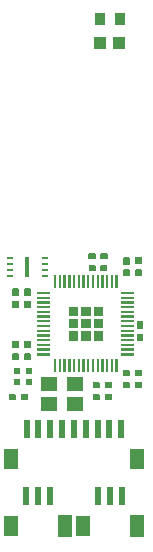
<source format=gtp>
G04 Layer: TopPasteMaskLayer*
G04 EasyEDA v6.5.34, 2023-09-17 23:42:40*
G04 4de15a2352ea40a9a8a41922b0a97411,5a6b42c53f6a479593ecc07194224c93,10*
G04 Gerber Generator version 0.2*
G04 Scale: 100 percent, Rotated: No, Reflected: No *
G04 Dimensions in millimeters *
G04 leading zeros omitted , absolute positions ,4 integer and 5 decimal *
%FSLAX45Y45*%
%MOMM*%

%AMMACRO1*21,1,$1,$2,0,0,$3*%
%ADD10R,1.2000X1.8000*%
%ADD11MACRO1,1.2014X1.7983X0.0000*%
%ADD12R,0.6000X1.5500*%
%ADD13MACRO1,1.2X1.4X90.0000*%
%ADD14R,1.4000X1.2000*%
%ADD15MACRO1,1.2X1.4X-90.0000*%
%ADD16R,0.6000X0.2800*%
%ADD17R,0.3000X1.7000*%
%ADD18R,0.5500X0.5500*%
%ADD19R,0.8999X1.0000*%
%ADD20R,1.0000X1.1000*%
%ADD21R,0.0178X1.1000*%

%LPD*%
G36*
X4346295Y3461765D02*
G01*
X4341317Y3454806D01*
X4341317Y3406800D01*
X4346295Y3401771D01*
X4391304Y3401771D01*
X4396282Y3406800D01*
X4396282Y3454806D01*
X4391304Y3461765D01*
G37*
G36*
X4346295Y3557778D02*
G01*
X4341317Y3552799D01*
X4341317Y3504793D01*
X4346295Y3497783D01*
X4391304Y3497783D01*
X4396282Y3504793D01*
X4396282Y3552799D01*
X4391304Y3557778D01*
G37*
G36*
X4152493Y3494582D02*
G01*
X4145483Y3489604D01*
X4145483Y3444595D01*
X4152493Y3439566D01*
X4200499Y3439566D01*
X4205478Y3444595D01*
X4205478Y3489604D01*
X4200499Y3494582D01*
G37*
G36*
X4054500Y3494582D02*
G01*
X4049471Y3489604D01*
X4049471Y3444595D01*
X4054500Y3439566D01*
X4102506Y3439566D01*
X4109516Y3444595D01*
X4109516Y3489604D01*
X4102506Y3494582D01*
G37*
G36*
X4447895Y3459784D02*
G01*
X4442917Y3454806D01*
X4442866Y3401771D01*
X4447895Y3396792D01*
X4492904Y3396792D01*
X4497882Y3401771D01*
X4497882Y3454806D01*
X4492904Y3459784D01*
G37*
G36*
X4447895Y3562807D02*
G01*
X4442917Y3557778D01*
X4442866Y3504793D01*
X4447895Y3499764D01*
X4492904Y3499764D01*
X4497882Y3504793D01*
X4497882Y3557778D01*
X4492904Y3562807D01*
G37*
G36*
X3376371Y2402382D02*
G01*
X3371392Y2397404D01*
X3371392Y2352395D01*
X3376371Y2347417D01*
X3429406Y2347417D01*
X3434384Y2352395D01*
X3434384Y2397404D01*
X3429406Y2402382D01*
G37*
G36*
X3479393Y2402382D02*
G01*
X3474415Y2397404D01*
X3474415Y2352395D01*
X3479393Y2347417D01*
X3532378Y2347417D01*
X3537407Y2352395D01*
X3537407Y2397404D01*
X3532378Y2402382D01*
G37*
G36*
X4087571Y2402382D02*
G01*
X4082592Y2397404D01*
X4082592Y2352395D01*
X4087571Y2347417D01*
X4140606Y2347417D01*
X4145584Y2352395D01*
X4145584Y2397404D01*
X4140606Y2402382D01*
G37*
G36*
X4190593Y2402382D02*
G01*
X4185564Y2397404D01*
X4185564Y2352395D01*
X4190593Y2347417D01*
X4243578Y2347417D01*
X4248607Y2352395D01*
X4248607Y2397404D01*
X4243578Y2402382D01*
G37*
G36*
X4087571Y2503982D02*
G01*
X4082592Y2499004D01*
X4082592Y2453995D01*
X4087571Y2449017D01*
X4140606Y2449017D01*
X4145584Y2453995D01*
X4145584Y2499004D01*
X4140606Y2503982D01*
G37*
G36*
X4190593Y2503982D02*
G01*
X4185564Y2499004D01*
X4185564Y2453995D01*
X4190593Y2449017D01*
X4243578Y2449017D01*
X4248607Y2453995D01*
X4248607Y2499004D01*
X4243578Y2503982D01*
G37*
G36*
X4341571Y2503982D02*
G01*
X4336592Y2499004D01*
X4336592Y2453995D01*
X4341571Y2449017D01*
X4394606Y2449017D01*
X4399584Y2453995D01*
X4399584Y2499004D01*
X4394606Y2503982D01*
G37*
G36*
X4444593Y2503982D02*
G01*
X4439564Y2499004D01*
X4439564Y2453995D01*
X4444593Y2449017D01*
X4497578Y2449017D01*
X4502607Y2453995D01*
X4502607Y2499004D01*
X4497578Y2503982D01*
G37*
G36*
X3615893Y3267202D02*
G01*
X3615893Y3247186D01*
X3725875Y3247186D01*
X3725875Y3267202D01*
G37*
G36*
X3615893Y3227171D02*
G01*
X3615893Y3207207D01*
X3725875Y3207207D01*
X3725875Y3227171D01*
G37*
G36*
X3615893Y3187192D02*
G01*
X3615893Y3167176D01*
X3725875Y3167176D01*
X3725875Y3187192D01*
G37*
G36*
X3615893Y3147161D02*
G01*
X3615893Y3127197D01*
X3725875Y3127197D01*
X3725875Y3147161D01*
G37*
G36*
X3615893Y3107182D02*
G01*
X3615893Y3087217D01*
X3725875Y3087217D01*
X3725875Y3107182D01*
G37*
G36*
X3615893Y3067202D02*
G01*
X3615893Y3047187D01*
X3725875Y3047187D01*
X3725875Y3067202D01*
G37*
G36*
X3615893Y3027172D02*
G01*
X3615893Y3007207D01*
X3725875Y3007207D01*
X3725875Y3027172D01*
G37*
G36*
X3615893Y2987192D02*
G01*
X3615893Y2967177D01*
X3725875Y2967177D01*
X3725875Y2987192D01*
G37*
G36*
X3615893Y2947162D02*
G01*
X3615893Y2927197D01*
X3725875Y2927197D01*
X3725875Y2947162D01*
G37*
G36*
X3615893Y2907182D02*
G01*
X3615893Y2887218D01*
X3725875Y2887218D01*
X3725875Y2907182D01*
G37*
G36*
X3615893Y2867202D02*
G01*
X3615893Y2847187D01*
X3725875Y2847187D01*
X3725875Y2867202D01*
G37*
G36*
X3615893Y2827172D02*
G01*
X3615893Y2807208D01*
X3725875Y2807208D01*
X3725875Y2827172D01*
G37*
G36*
X3615893Y2787192D02*
G01*
X3615893Y2767177D01*
X3725875Y2767177D01*
X3725875Y2787192D01*
G37*
G36*
X3615893Y2747162D02*
G01*
X3615893Y2727198D01*
X3725875Y2727198D01*
X3725875Y2747162D01*
G37*
G36*
X3755898Y2697175D02*
G01*
X3755898Y2587193D01*
X3775913Y2587193D01*
X3775913Y2697175D01*
G37*
G36*
X3795877Y2697175D02*
G01*
X3795877Y2587193D01*
X3815892Y2587193D01*
X3815892Y2697175D01*
G37*
G36*
X3835908Y2697175D02*
G01*
X3835908Y2587193D01*
X3855872Y2587193D01*
X3855872Y2697175D01*
G37*
G36*
X3875887Y2697175D02*
G01*
X3875887Y2587193D01*
X3895902Y2587193D01*
X3895902Y2697175D01*
G37*
G36*
X3915867Y2697175D02*
G01*
X3915867Y2587193D01*
X3935882Y2587193D01*
X3935882Y2697175D01*
G37*
G36*
X3955897Y2697175D02*
G01*
X3955897Y2587193D01*
X3975912Y2587193D01*
X3975912Y2697175D01*
G37*
G36*
X3995877Y2697175D02*
G01*
X3995877Y2587193D01*
X4015892Y2587193D01*
X4015892Y2697175D01*
G37*
G36*
X4035907Y2697175D02*
G01*
X4035907Y2587193D01*
X4055872Y2587193D01*
X4055872Y2697175D01*
G37*
G36*
X4075887Y2697175D02*
G01*
X4075887Y2587193D01*
X4095902Y2587193D01*
X4095902Y2697175D01*
G37*
G36*
X4115917Y2697175D02*
G01*
X4115917Y2587193D01*
X4135882Y2587193D01*
X4135882Y2697175D01*
G37*
G36*
X4155897Y2697175D02*
G01*
X4155897Y2587193D01*
X4175912Y2587193D01*
X4175912Y2697175D01*
G37*
G36*
X4195876Y2697175D02*
G01*
X4195876Y2587193D01*
X4215892Y2587193D01*
X4215892Y2697175D01*
G37*
G36*
X4235907Y2697175D02*
G01*
X4235907Y2587193D01*
X4255871Y2587193D01*
X4255871Y2697175D01*
G37*
G36*
X4275886Y2697175D02*
G01*
X4275886Y2587193D01*
X4295902Y2587193D01*
X4295902Y2697175D01*
G37*
G36*
X4325924Y2747162D02*
G01*
X4325924Y2727198D01*
X4435906Y2727198D01*
X4435906Y2747162D01*
G37*
G36*
X4325924Y2787192D02*
G01*
X4325924Y2767177D01*
X4435906Y2767177D01*
X4435906Y2787192D01*
G37*
G36*
X4325924Y2827172D02*
G01*
X4325924Y2807208D01*
X4435906Y2807208D01*
X4435906Y2827172D01*
G37*
G36*
X4325924Y2867202D02*
G01*
X4325924Y2847187D01*
X4435906Y2847187D01*
X4435906Y2867202D01*
G37*
G36*
X4325924Y2907182D02*
G01*
X4325924Y2887218D01*
X4435906Y2887218D01*
X4435906Y2907182D01*
G37*
G36*
X4325924Y2947162D02*
G01*
X4325924Y2927197D01*
X4435906Y2927197D01*
X4435906Y2947162D01*
G37*
G36*
X4325924Y2987192D02*
G01*
X4325924Y2967177D01*
X4435906Y2967177D01*
X4435906Y2987192D01*
G37*
G36*
X4325924Y3027172D02*
G01*
X4325924Y3007207D01*
X4435906Y3007207D01*
X4435906Y3027172D01*
G37*
G36*
X4325924Y3067202D02*
G01*
X4325924Y3047187D01*
X4435906Y3047187D01*
X4435906Y3067202D01*
G37*
G36*
X4325924Y3107182D02*
G01*
X4325924Y3087217D01*
X4435906Y3087217D01*
X4435906Y3107182D01*
G37*
G36*
X4325924Y3147161D02*
G01*
X4325924Y3127197D01*
X4435906Y3127197D01*
X4435906Y3147161D01*
G37*
G36*
X4325924Y3187192D02*
G01*
X4325924Y3167176D01*
X4435906Y3167176D01*
X4435906Y3187192D01*
G37*
G36*
X4325924Y3227171D02*
G01*
X4325924Y3207207D01*
X4435906Y3207207D01*
X4435906Y3227171D01*
G37*
G36*
X4325924Y3267202D02*
G01*
X4325924Y3247186D01*
X4435906Y3247186D01*
X4435906Y3267202D01*
G37*
G36*
X4275886Y3407206D02*
G01*
X4275886Y3297174D01*
X4295902Y3297174D01*
X4295902Y3407206D01*
G37*
G36*
X4235907Y3407206D02*
G01*
X4235907Y3297174D01*
X4255871Y3297174D01*
X4255871Y3407206D01*
G37*
G36*
X4195876Y3407206D02*
G01*
X4195876Y3297174D01*
X4215892Y3297174D01*
X4215892Y3407206D01*
G37*
G36*
X4155897Y3407206D02*
G01*
X4155897Y3297174D01*
X4175912Y3297174D01*
X4175912Y3407206D01*
G37*
G36*
X4115917Y3407206D02*
G01*
X4115917Y3297174D01*
X4135882Y3297174D01*
X4135882Y3407206D01*
G37*
G36*
X4075887Y3407206D02*
G01*
X4075887Y3297174D01*
X4095902Y3297174D01*
X4095902Y3407206D01*
G37*
G36*
X4035907Y3407206D02*
G01*
X4035907Y3297174D01*
X4055872Y3297174D01*
X4055872Y3407206D01*
G37*
G36*
X3995877Y3407206D02*
G01*
X3995877Y3297174D01*
X4015892Y3297174D01*
X4015892Y3407206D01*
G37*
G36*
X3955897Y3407206D02*
G01*
X3955897Y3297174D01*
X3975912Y3297174D01*
X3975912Y3407206D01*
G37*
G36*
X3915867Y3407206D02*
G01*
X3915867Y3297174D01*
X3935882Y3297174D01*
X3935882Y3407206D01*
G37*
G36*
X3875887Y3407206D02*
G01*
X3875887Y3297174D01*
X3895902Y3297174D01*
X3895902Y3407206D01*
G37*
G36*
X3835908Y3407206D02*
G01*
X3835908Y3297174D01*
X3855872Y3297174D01*
X3855872Y3407206D01*
G37*
G36*
X3795877Y3407206D02*
G01*
X3795877Y3297174D01*
X3815892Y3297174D01*
X3815892Y3407206D01*
G37*
G36*
X3755898Y3407206D02*
G01*
X3755898Y3297174D01*
X3775913Y3297174D01*
X3775913Y3407206D01*
G37*
G36*
X4090873Y3142183D02*
G01*
X4090873Y3062173D01*
X4170883Y3062173D01*
X4170883Y3142183D01*
G37*
G36*
X3880916Y3142183D02*
G01*
X3880916Y3062224D01*
X3960926Y3062224D01*
X3960926Y3142183D01*
G37*
G36*
X3880916Y2932226D02*
G01*
X3880916Y2852216D01*
X3960876Y2852216D01*
X3960876Y2932226D01*
G37*
G36*
X4090873Y2932226D02*
G01*
X4090873Y2852216D01*
X4170883Y2852216D01*
X4170883Y2932226D01*
G37*
G36*
X4090873Y3037179D02*
G01*
X4090873Y2957169D01*
X4170883Y2957169D01*
X4170883Y3037179D01*
G37*
G36*
X3985869Y3142183D02*
G01*
X3985869Y3062224D01*
X4065879Y3062224D01*
X4065879Y3142183D01*
G37*
G36*
X3880916Y3037179D02*
G01*
X3880916Y2957169D01*
X3960876Y2957169D01*
X3960876Y3037179D01*
G37*
G36*
X3985869Y3037179D02*
G01*
X3985869Y2957220D01*
X4065879Y2957220D01*
X4065879Y3037179D01*
G37*
G36*
X3985920Y2931718D02*
G01*
X3985920Y2851708D01*
X4065879Y2851708D01*
X4065879Y2931718D01*
G37*
G36*
X4152493Y3596182D02*
G01*
X4147515Y3591204D01*
X4147515Y3546195D01*
X4152493Y3541217D01*
X4205478Y3541166D01*
X4210507Y3546195D01*
X4210507Y3591204D01*
X4205478Y3596182D01*
G37*
G36*
X4049522Y3596182D02*
G01*
X4044492Y3591204D01*
X4044492Y3546195D01*
X4049522Y3541217D01*
X4102506Y3541166D01*
X4107484Y3546195D01*
X4107484Y3591204D01*
X4102506Y3596182D01*
G37*
G36*
X4341571Y2605582D02*
G01*
X4336592Y2600604D01*
X4336592Y2555595D01*
X4341571Y2550617D01*
X4394606Y2550617D01*
X4399584Y2555595D01*
X4399584Y2600604D01*
X4394606Y2605582D01*
G37*
G36*
X4444593Y2605582D02*
G01*
X4439564Y2600604D01*
X4439564Y2555595D01*
X4444593Y2550617D01*
X4497578Y2550617D01*
X4502607Y2555595D01*
X4502607Y2600604D01*
X4497578Y2605582D01*
G37*
G36*
X4460595Y2913684D02*
G01*
X4455617Y2908706D01*
X4455566Y2855671D01*
X4460595Y2850692D01*
X4505604Y2850692D01*
X4510582Y2855671D01*
X4510582Y2908706D01*
X4505604Y2913684D01*
G37*
G36*
X4460595Y3016707D02*
G01*
X4455617Y3011678D01*
X4455566Y2958693D01*
X4460595Y2953715D01*
X4505604Y2953715D01*
X4510582Y2958693D01*
X4510582Y3011678D01*
X4505604Y3016707D01*
G37*
G36*
X3508095Y3296107D02*
G01*
X3503117Y3291078D01*
X3503117Y3238093D01*
X3508095Y3233115D01*
X3553104Y3233115D01*
X3558082Y3238093D01*
X3558082Y3291078D01*
X3553104Y3296107D01*
G37*
G36*
X3508095Y3193084D02*
G01*
X3503117Y3188106D01*
X3503117Y3135122D01*
X3508095Y3130092D01*
X3553104Y3130092D01*
X3558082Y3135122D01*
X3558082Y3188106D01*
X3553104Y3193084D01*
G37*
G36*
X3406495Y3296107D02*
G01*
X3401517Y3291078D01*
X3401517Y3238093D01*
X3406495Y3233115D01*
X3451504Y3233115D01*
X3456482Y3238093D01*
X3456482Y3291078D01*
X3451504Y3296107D01*
G37*
G36*
X3406495Y3193084D02*
G01*
X3401517Y3188106D01*
X3401517Y3135122D01*
X3406495Y3130092D01*
X3451504Y3130092D01*
X3456482Y3135122D01*
X3456482Y3188106D01*
X3451504Y3193084D01*
G37*
G36*
X3406495Y2851607D02*
G01*
X3401517Y2846578D01*
X3401517Y2793593D01*
X3406495Y2788615D01*
X3451504Y2788615D01*
X3456482Y2793593D01*
X3456482Y2846578D01*
X3451504Y2851607D01*
G37*
G36*
X3406495Y2748584D02*
G01*
X3401517Y2743606D01*
X3401517Y2690622D01*
X3406495Y2685592D01*
X3451504Y2685592D01*
X3456482Y2690622D01*
X3456482Y2743606D01*
X3451504Y2748584D01*
G37*
G36*
X3508095Y2851607D02*
G01*
X3503117Y2846578D01*
X3503117Y2793593D01*
X3508095Y2788615D01*
X3553104Y2788615D01*
X3558082Y2793593D01*
X3558082Y2846578D01*
X3553104Y2851607D01*
G37*
G36*
X3508095Y2748584D02*
G01*
X3503117Y2743606D01*
X3503117Y2690622D01*
X3508095Y2685592D01*
X3553104Y2685592D01*
X3558082Y2690622D01*
X3558082Y2743606D01*
X3553104Y2748584D01*
G37*
D10*
G01*
X3389495Y1283454D03*
D11*
G01*
X3849479Y1283472D03*
D12*
G01*
X3719517Y1535955D03*
G01*
X3619517Y1535955D03*
G01*
X3519517Y1535955D03*
D10*
G01*
X3999095Y1283454D03*
D11*
G01*
X4459079Y1283472D03*
D12*
G01*
X4329117Y1535955D03*
G01*
X4229117Y1535955D03*
G01*
X4129117Y1535955D03*
G01*
X4324291Y2107455D03*
G01*
X4224291Y2107455D03*
G01*
X4124291Y2107455D03*
G01*
X4024292Y2107455D03*
G01*
X3924292Y2107455D03*
G01*
X3824292Y2107455D03*
G01*
X3724292Y2107455D03*
G01*
X3624292Y2107455D03*
G01*
X3524293Y2107455D03*
D10*
G01*
X4454288Y1854954D03*
G01*
X3394295Y1854954D03*
D13*
G01*
X3712692Y2315306D03*
G01*
X3932692Y2315306D03*
D14*
G01*
X3932699Y2485306D03*
D15*
G01*
X3712692Y2485308D03*
D16*
G01*
X3681341Y3404786D03*
G01*
X3681341Y3454798D03*
G01*
X3681341Y3504785D03*
G01*
X3681341Y3554798D03*
G01*
X3379843Y3404786D03*
G01*
X3379843Y3454798D03*
G01*
X3379843Y3504785D03*
G01*
X3379843Y3554798D03*
D17*
G01*
X3530592Y3479792D03*
D18*
G01*
X3444968Y2505194D03*
G01*
X3539990Y2505194D03*
G01*
X3539990Y2600215D03*
G01*
X3444968Y2600215D03*
D19*
G01*
X4144078Y5575292D03*
G01*
X4314080Y5575292D03*
D20*
G01*
X4149082Y5372092D03*
G01*
X4309076Y5372092D03*
M02*

</source>
